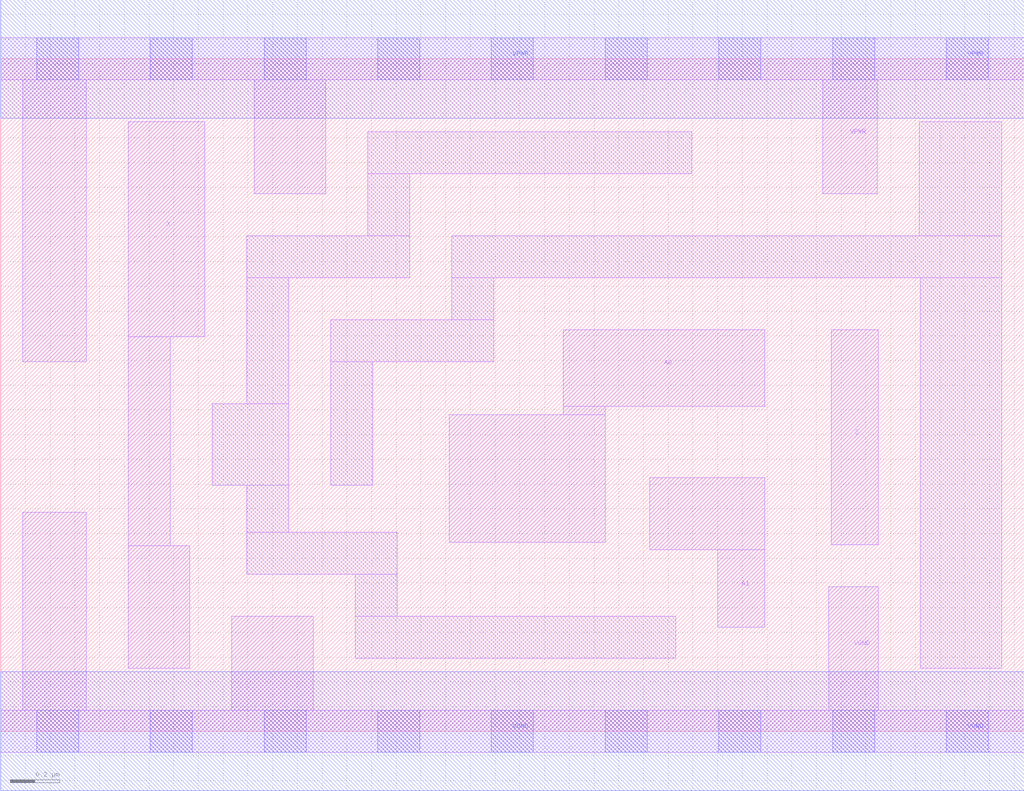
<source format=lef>
# Copyright 2020 The SkyWater PDK Authors
#
# Licensed under the Apache License, Version 2.0 (the "License");
# you may not use this file except in compliance with the License.
# You may obtain a copy of the License at
#
#     https://www.apache.org/licenses/LICENSE-2.0
#
# Unless required by applicable law or agreed to in writing, software
# distributed under the License is distributed on an "AS IS" BASIS,
# WITHOUT WARRANTIES OR CONDITIONS OF ANY KIND, either express or implied.
# See the License for the specific language governing permissions and
# limitations under the License.
#
# SPDX-License-Identifier: Apache-2.0

VERSION 5.7 ;
  NAMESCASESENSITIVE ON ;
  NOWIREEXTENSIONATPIN ON ;
  DIVIDERCHAR "/" ;
  BUSBITCHARS "[]" ;
UNITS
  DATABASE MICRONS 200 ;
END UNITS
MACRO sky130_fd_sc_hd__mux2_2
  CLASS CORE ;
  SOURCE USER ;
  FOREIGN sky130_fd_sc_hd__mux2_2 ;
  ORIGIN  0.000000  0.000000 ;
  SIZE  4.140000 BY  2.720000 ;
  SYMMETRY X Y R90 ;
  SITE unithd ;
  PIN A0
    ANTENNAGATEAREA  0.159000 ;
    DIRECTION INPUT ;
    USE SIGNAL ;
    PORT
      LAYER li1 ;
        RECT 1.815000 0.765000 2.445000 1.280000 ;
        RECT 2.275000 1.280000 2.445000 1.315000 ;
        RECT 2.275000 1.315000 3.090000 1.625000 ;
    END
  END A0
  PIN A1
    ANTENNAGATEAREA  0.159000 ;
    DIRECTION INPUT ;
    USE SIGNAL ;
    PORT
      LAYER li1 ;
        RECT 2.625000 0.735000 3.090000 1.025000 ;
        RECT 2.900000 0.420000 3.090000 0.735000 ;
    END
  END A1
  PIN S
    ANTENNAGATEAREA  0.318000 ;
    DIRECTION INPUT ;
    USE SIGNAL ;
    PORT
      LAYER li1 ;
        RECT 3.360000 0.755000 3.550000 1.625000 ;
    END
  END S
  PIN X
    ANTENNADIFFAREA  0.445500 ;
    DIRECTION OUTPUT ;
    USE SIGNAL ;
    PORT
      LAYER li1 ;
        RECT 0.515000 0.255000 0.765000 0.750000 ;
        RECT 0.515000 0.750000 0.685000 1.595000 ;
        RECT 0.515000 1.595000 0.825000 2.465000 ;
    END
  END X
  PIN VGND
    DIRECTION INOUT ;
    SHAPE ABUTMENT ;
    USE GROUND ;
    PORT
      LAYER li1 ;
        RECT 0.000000 -0.085000 4.140000 0.085000 ;
        RECT 0.090000  0.085000 0.345000 0.885000 ;
        RECT 0.935000  0.085000 1.265000 0.465000 ;
        RECT 3.350000  0.085000 3.550000 0.585000 ;
      LAYER mcon ;
        RECT 0.145000 -0.085000 0.315000 0.085000 ;
        RECT 0.605000 -0.085000 0.775000 0.085000 ;
        RECT 1.065000 -0.085000 1.235000 0.085000 ;
        RECT 1.525000 -0.085000 1.695000 0.085000 ;
        RECT 1.985000 -0.085000 2.155000 0.085000 ;
        RECT 2.445000 -0.085000 2.615000 0.085000 ;
        RECT 2.905000 -0.085000 3.075000 0.085000 ;
        RECT 3.365000 -0.085000 3.535000 0.085000 ;
        RECT 3.825000 -0.085000 3.995000 0.085000 ;
      LAYER met1 ;
        RECT 0.000000 -0.240000 4.140000 0.240000 ;
    END
  END VGND
  PIN VPWR
    DIRECTION INOUT ;
    SHAPE ABUTMENT ;
    USE POWER ;
    PORT
      LAYER li1 ;
        RECT 0.000000 2.635000 4.140000 2.805000 ;
        RECT 0.090000 1.495000 0.345000 2.635000 ;
        RECT 1.025000 2.175000 1.315000 2.635000 ;
        RECT 3.325000 2.175000 3.545000 2.635000 ;
      LAYER mcon ;
        RECT 0.145000 2.635000 0.315000 2.805000 ;
        RECT 0.605000 2.635000 0.775000 2.805000 ;
        RECT 1.065000 2.635000 1.235000 2.805000 ;
        RECT 1.525000 2.635000 1.695000 2.805000 ;
        RECT 1.985000 2.635000 2.155000 2.805000 ;
        RECT 2.445000 2.635000 2.615000 2.805000 ;
        RECT 2.905000 2.635000 3.075000 2.805000 ;
        RECT 3.365000 2.635000 3.535000 2.805000 ;
        RECT 3.825000 2.635000 3.995000 2.805000 ;
      LAYER met1 ;
        RECT 0.000000 2.480000 4.140000 2.960000 ;
    END
  END VPWR
  OBS
    LAYER li1 ;
      RECT 0.855000 0.995000 1.165000 1.325000 ;
      RECT 0.995000 0.635000 1.605000 0.805000 ;
      RECT 0.995000 0.805000 1.165000 0.995000 ;
      RECT 0.995000 1.325000 1.165000 1.835000 ;
      RECT 0.995000 1.835000 1.655000 2.005000 ;
      RECT 1.335000 0.995000 1.505000 1.495000 ;
      RECT 1.335000 1.495000 1.995000 1.665000 ;
      RECT 1.435000 0.295000 2.730000 0.465000 ;
      RECT 1.435000 0.465000 1.605000 0.635000 ;
      RECT 1.485000 2.005000 1.655000 2.255000 ;
      RECT 1.485000 2.255000 2.795000 2.425000 ;
      RECT 1.825000 1.665000 1.995000 1.835000 ;
      RECT 1.825000 1.835000 4.050000 2.005000 ;
      RECT 3.715000 2.005000 4.050000 2.465000 ;
      RECT 3.720000 0.255000 4.050000 1.835000 ;
  END
END sky130_fd_sc_hd__mux2_2
END LIBRARY

</source>
